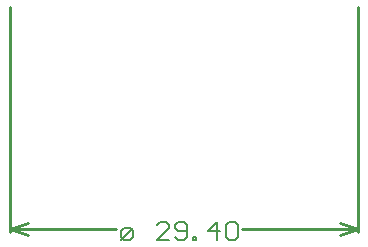
<source format=gm1>
%FSAX24Y24*%
%MOIN*%
G70*
G01*
G75*
G04 Layer_Color=16711935*
%ADD10R,0.0354X0.0402*%
%ADD11R,0.0701X0.0165*%
%ADD12O,0.0701X0.0165*%
%ADD13R,0.1063X0.0669*%
%ADD14R,0.0402X0.0354*%
%ADD15R,0.0551X0.1102*%
%ADD16R,0.0551X0.0433*%
%ADD17R,0.2205X0.1181*%
%ADD18C,0.0150*%
%ADD19C,0.0500*%
%ADD20C,0.0450*%
%ADD21C,0.0350*%
%ADD22C,0.0100*%
%ADD23C,0.0250*%
%ADD24R,0.0800X0.0360*%
%ADD25R,0.0430X0.0410*%
%ADD26R,0.0600X0.0330*%
%ADD27R,0.1690X0.0060*%
%ADD28R,0.1490X0.0160*%
%ADD29R,0.0050X0.0230*%
%ADD30R,0.0090X0.0320*%
%ADD31R,0.0070X0.0240*%
%ADD32R,0.0060X0.0330*%
%ADD33R,0.0050X0.0350*%
%ADD34R,0.0100X0.0450*%
%ADD35R,0.0100X0.0300*%
%ADD36R,0.0150X0.0450*%
%ADD37R,0.1250X0.0550*%
%ADD38R,0.2250X0.0650*%
%ADD39R,0.1450X0.1700*%
%ADD40R,0.1750X0.1150*%
%ADD41R,0.1690X0.0370*%
%ADD42R,0.0580X0.0310*%
%ADD43R,0.0450X0.0290*%
%ADD44R,0.0320X0.0160*%
%ADD45R,0.1330X0.0770*%
%ADD46R,0.0720X0.0590*%
%ADD47R,0.0750X0.0510*%
%ADD48R,0.0240X0.0210*%
%ADD49R,0.0350X0.0300*%
%ADD50R,0.0420X0.0980*%
%ADD51R,0.1400X0.3700*%
%ADD52R,0.1000X0.0850*%
%ADD53R,0.1600X0.0550*%
%ADD54R,0.1350X0.1100*%
%ADD55R,0.2100X0.0900*%
%ADD56R,0.1250X0.1850*%
%ADD57R,0.1700X0.0800*%
%ADD58R,0.1050X0.1550*%
%ADD59R,0.1700X0.1250*%
%ADD60R,0.1450X0.0550*%
%ADD61R,0.1450X0.2650*%
%ADD62R,0.4000X0.0500*%
%ADD63R,0.4000X0.1498*%
%ADD64R,0.4000X0.1050*%
%ADD65R,0.1200X0.0950*%
%ADD66R,0.0350X0.2500*%
%ADD67R,0.1710X0.2600*%
%ADD68R,0.1150X0.1000*%
%ADD69R,0.1300X0.2600*%
%ADD70R,0.0800X0.1700*%
%ADD71R,0.4000X0.1200*%
%ADD72R,0.3250X0.0900*%
%ADD73R,0.1300X0.0150*%
%ADD74R,0.0400X0.0250*%
%ADD75R,0.1500X0.2500*%
%ADD76C,0.0750*%
%ADD77C,0.0290*%
%ADD78C,0.0079*%
%ADD79C,0.0098*%
%ADD80C,0.0070*%
%ADD81R,0.0950X0.1700*%
%ADD82R,0.0414X0.0462*%
%ADD83R,0.0740X0.0205*%
%ADD84O,0.0740X0.0205*%
%ADD85R,0.1123X0.0729*%
%ADD86R,0.0462X0.0414*%
%ADD87R,0.0611X0.1162*%
%ADD88R,0.0611X0.0493*%
%ADD89R,0.2265X0.1241*%
%ADD90C,0.0810*%
%ADD91C,0.0350*%
%ADD92C,0.0060*%
D22*
X032087Y028700D02*
Y036199D01*
X020512Y028700D02*
Y036199D01*
X028249Y028800D02*
X032087D01*
X020512D02*
X024030D01*
X031487Y029000D02*
X032087Y028800D01*
X031487Y028600D02*
X032087Y028800D01*
X020512D02*
X021112Y028600D01*
X020512Y028800D02*
X021112Y029000D01*
D92*
X024290Y028440D02*
X024490D01*
X024590Y028540D01*
Y028740D01*
X024490Y028840D01*
X024290D01*
X024190Y028740D01*
Y028540D01*
X024290Y028440D01*
X024190D02*
X024590Y028840D01*
X025789Y028440D02*
X025389D01*
X025789Y028840D01*
Y028940D01*
X025689Y029040D01*
X025489D01*
X025389Y028940D01*
X025989Y028540D02*
X026089Y028440D01*
X026289D01*
X026389Y028540D01*
Y028940D01*
X026289Y029040D01*
X026089D01*
X025989Y028940D01*
Y028840D01*
X026089Y028740D01*
X026389D01*
X026589Y028440D02*
Y028540D01*
X026689D01*
Y028440D01*
X026589D01*
X027389D02*
Y029040D01*
X027089Y028740D01*
X027489D01*
X027689Y028940D02*
X027789Y029040D01*
X027989D01*
X028089Y028940D01*
Y028540D01*
X027989Y028440D01*
X027789D01*
X027689Y028540D01*
Y028940D01*
M02*

</source>
